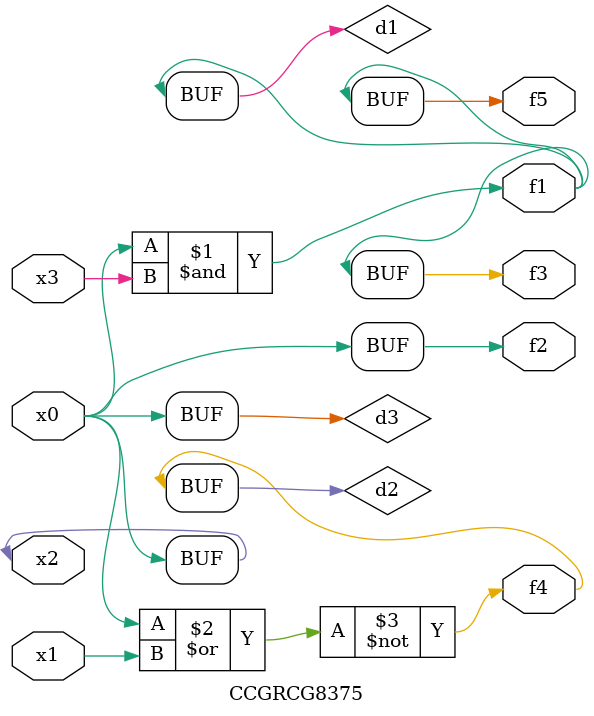
<source format=v>
module CCGRCG8375(
	input x0, x1, x2, x3,
	output f1, f2, f3, f4, f5
);

	wire d1, d2, d3;

	and (d1, x2, x3);
	nor (d2, x0, x1);
	buf (d3, x0, x2);
	assign f1 = d1;
	assign f2 = d3;
	assign f3 = d1;
	assign f4 = d2;
	assign f5 = d1;
endmodule

</source>
